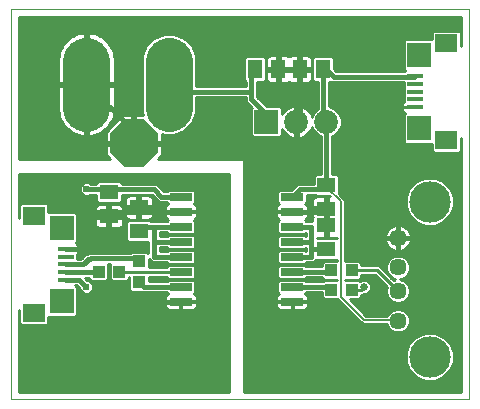
<source format=gtl>
G75*
%MOIN*%
%OFA0B0*%
%FSLAX24Y24*%
%IPPOS*%
%LPD*%
%AMOC8*
5,1,8,0,0,1.08239X$1,22.5*
%
%ADD10C,0.0000*%
%ADD11R,0.0758X0.0256*%
%ADD12R,0.0787X0.0827*%
%ADD13R,0.0748X0.0630*%
%ADD14R,0.0531X0.0157*%
%ADD15R,0.0425X0.0413*%
%ADD16R,0.0413X0.0425*%
%ADD17R,0.0630X0.0512*%
%ADD18C,0.0571*%
%ADD19C,0.1378*%
%ADD20R,0.0797X0.0797*%
%ADD21C,0.0797*%
%ADD22C,0.1581*%
%ADD23OC8,0.1575*%
%ADD24R,0.0512X0.0630*%
%ADD25C,0.0160*%
%ADD26C,0.0100*%
%ADD27C,0.0240*%
%ADD28C,0.0258*%
%ADD29C,0.0060*%
D10*
X000458Y000150D02*
X000458Y013150D01*
X015708Y013150D01*
X015708Y000150D01*
X000458Y000150D01*
D11*
X006103Y003400D03*
X006103Y003900D03*
X006103Y004400D03*
X006103Y004900D03*
X006103Y005400D03*
X006103Y005900D03*
X006103Y006400D03*
X006103Y006900D03*
X009813Y006900D03*
X009813Y006400D03*
X009813Y005900D03*
X009813Y005400D03*
X009813Y004900D03*
X009813Y004400D03*
X009813Y003900D03*
X009813Y003400D03*
D12*
X002133Y003430D03*
X002133Y005870D03*
X014032Y009180D03*
X014032Y011620D03*
D13*
X014958Y012014D03*
X014958Y008786D03*
X001208Y006264D03*
X001208Y003036D03*
D14*
X002261Y004138D03*
X002261Y004394D03*
X002261Y004650D03*
X002261Y004906D03*
X002261Y005162D03*
X013905Y009888D03*
X013905Y010144D03*
X013905Y010400D03*
X013905Y010656D03*
X013905Y010912D03*
D15*
X004708Y004744D03*
X004708Y004056D03*
D16*
X004052Y004400D03*
X003363Y004400D03*
X011113Y004450D03*
X011802Y004450D03*
X011802Y003800D03*
X011113Y003800D03*
D17*
X010958Y005156D03*
X010958Y005944D03*
X010958Y006506D03*
X010958Y007294D03*
X004708Y006544D03*
X003708Y006256D03*
X003708Y007044D03*
X004708Y005756D03*
D18*
X013340Y005528D03*
X013340Y004544D03*
X013340Y003756D03*
X013340Y002772D03*
D19*
X014403Y001563D03*
X014403Y006737D03*
D20*
X008958Y009400D03*
D21*
X009958Y009400D03*
X010958Y009400D03*
D22*
X005714Y009859D02*
X005714Y011441D01*
X002958Y011441D02*
X002958Y009859D01*
D23*
X004532Y008681D03*
D24*
X008564Y011150D03*
X009351Y011150D03*
X010064Y011150D03*
X010851Y011150D03*
D25*
X010851Y009506D01*
X010958Y009400D01*
X010958Y007294D01*
X010851Y007294D01*
X010708Y007150D01*
X010063Y007150D01*
X009813Y006900D01*
X009813Y006400D02*
X010708Y006400D01*
X010814Y006506D01*
X010958Y006506D01*
X010458Y005900D02*
X010458Y005400D01*
X010458Y005150D01*
X010464Y005156D01*
X010958Y005156D01*
X010958Y005150D01*
X010458Y005150D02*
X010458Y004900D01*
X009813Y004900D01*
X009813Y004400D02*
X011063Y004400D01*
X011113Y004450D01*
X010958Y003900D02*
X011058Y003800D01*
X011113Y003800D01*
X010958Y003900D02*
X009813Y003900D01*
X009813Y005400D02*
X010458Y005400D01*
X010458Y005900D02*
X009813Y005900D01*
X006103Y005900D02*
X005208Y005900D01*
X004708Y005900D01*
X004708Y005756D01*
X005208Y005900D02*
X005208Y005400D01*
X005208Y004900D01*
X006103Y004900D01*
X006103Y005400D02*
X005208Y005400D01*
X004602Y004850D02*
X004708Y004744D01*
X004602Y004850D02*
X003158Y004850D01*
X003129Y004848D01*
X003101Y004843D01*
X003073Y004835D01*
X003046Y004824D01*
X003021Y004809D01*
X002998Y004792D01*
X002977Y004772D01*
X002958Y004750D01*
X002758Y004650D02*
X002261Y004650D01*
X002261Y004394D02*
X003357Y004394D01*
X003363Y004400D01*
X002934Y003900D02*
X002696Y004138D01*
X002261Y004138D01*
X002934Y003900D02*
X002958Y003900D01*
X003708Y003400D02*
X006103Y003400D01*
X006103Y003900D02*
X004863Y003900D01*
X004708Y004056D01*
X002958Y004750D02*
X002939Y004728D01*
X002918Y004708D01*
X002895Y004691D01*
X002870Y004676D01*
X002843Y004665D01*
X002815Y004657D01*
X002787Y004652D01*
X002758Y004650D01*
X002719Y005162D02*
X002261Y005162D01*
X002719Y005162D02*
X002958Y005400D01*
X002958Y006150D01*
X003208Y006400D01*
X003458Y006400D01*
X003601Y006256D01*
X003708Y006256D01*
X003708Y006400D01*
X004708Y006400D01*
X004708Y006544D01*
X004708Y006400D02*
X006103Y006400D01*
X006103Y006900D02*
X005458Y006900D01*
X005208Y007150D01*
X003814Y007150D01*
X003708Y007044D01*
X003601Y007150D01*
X002958Y007150D01*
X003708Y006256D02*
X003708Y005650D01*
X004458Y008650D02*
X009958Y008650D01*
X009958Y009400D01*
X010064Y009506D01*
X010064Y011150D01*
X009351Y011150D01*
X008564Y011150D02*
X008458Y011044D01*
X008458Y010400D01*
X005964Y010400D01*
X005714Y010650D01*
X004532Y009075D02*
X004458Y009000D01*
X004458Y008650D01*
X004532Y008681D02*
X004532Y009075D01*
X002958Y010650D01*
X008458Y010400D02*
X008458Y010150D01*
X008958Y009650D01*
X008958Y009400D01*
X008958Y009150D01*
X010958Y011150D02*
X011208Y010900D01*
X013893Y010900D01*
X013905Y010912D01*
X010958Y011150D02*
X010851Y011150D01*
D26*
X011217Y011159D02*
X011217Y011511D01*
X011153Y011575D01*
X010550Y011575D01*
X010485Y011511D01*
X010485Y010789D01*
X010550Y010725D01*
X010661Y010725D01*
X010661Y009823D01*
X010526Y009688D01*
X010479Y009572D01*
X010466Y009611D01*
X010427Y009688D01*
X010376Y009757D01*
X010315Y009818D01*
X010245Y009869D01*
X010168Y009908D01*
X010086Y009935D01*
X010008Y009948D01*
X010008Y009450D01*
X009908Y009450D01*
X009908Y009948D01*
X009829Y009935D01*
X009747Y009908D01*
X009670Y009869D01*
X009600Y009818D01*
X009539Y009757D01*
X009488Y009688D01*
X009466Y009644D01*
X009466Y009844D01*
X009402Y009909D01*
X008968Y009909D01*
X008648Y010229D01*
X008648Y010725D01*
X008865Y010725D01*
X008930Y010789D01*
X008930Y011511D01*
X008865Y011575D01*
X008263Y011575D01*
X008198Y011511D01*
X008198Y010789D01*
X008263Y010725D01*
X008268Y010725D01*
X008268Y010590D01*
X006614Y010590D01*
X006614Y011620D01*
X006477Y011951D01*
X006224Y012204D01*
X005893Y012341D01*
X005534Y012341D01*
X005203Y012204D01*
X004950Y011951D01*
X004813Y011620D01*
X004813Y009680D01*
X004838Y009619D01*
X004582Y009619D01*
X004582Y008732D01*
X004482Y008732D01*
X004482Y009619D01*
X004144Y009619D01*
X003595Y009070D01*
X003595Y008731D01*
X004482Y008731D01*
X004482Y008631D01*
X003595Y008631D01*
X003595Y008293D01*
X003738Y008150D01*
X000708Y008150D01*
X000708Y012900D01*
X015458Y012900D01*
X015458Y011926D01*
X015442Y011926D01*
X015442Y012375D01*
X015377Y012439D01*
X014538Y012439D01*
X014474Y012375D01*
X014474Y012142D01*
X014472Y012144D01*
X013593Y012144D01*
X013529Y012079D01*
X013529Y011162D01*
X013591Y011099D01*
X013583Y011090D01*
X011286Y011090D01*
X011217Y011159D01*
X011217Y011182D02*
X013529Y011182D01*
X013529Y011281D02*
X011217Y011281D01*
X011217Y011379D02*
X013529Y011379D01*
X013529Y011478D02*
X011217Y011478D01*
X010485Y011478D02*
X010470Y011478D01*
X010470Y011485D02*
X010460Y011523D01*
X010440Y011557D01*
X010412Y011585D01*
X010378Y011605D01*
X010340Y011615D01*
X010114Y011615D01*
X010114Y011200D01*
X010470Y011200D01*
X010470Y011485D01*
X010421Y011576D02*
X013529Y011576D01*
X013529Y011675D02*
X006591Y011675D01*
X006614Y011576D02*
X008994Y011576D01*
X009003Y011585D02*
X008975Y011557D01*
X008956Y011523D01*
X008945Y011485D01*
X008945Y011200D01*
X009301Y011200D01*
X009301Y011100D01*
X008945Y011100D01*
X008945Y010815D01*
X008956Y010777D01*
X008975Y010743D01*
X009003Y010715D01*
X009038Y010695D01*
X009076Y010685D01*
X009301Y010685D01*
X009301Y011100D01*
X009401Y011100D01*
X009401Y010685D01*
X009627Y010685D01*
X009665Y010695D01*
X009699Y010715D01*
X009708Y010723D01*
X009716Y010715D01*
X009750Y010695D01*
X009788Y010685D01*
X010014Y010685D01*
X010014Y011100D01*
X010114Y011100D01*
X010114Y011200D01*
X010014Y011200D01*
X010014Y011615D01*
X009788Y011615D01*
X009750Y011605D01*
X009716Y011585D01*
X009708Y011577D01*
X009699Y011585D01*
X009665Y011605D01*
X009627Y011615D01*
X009401Y011615D01*
X009401Y011200D01*
X009301Y011200D01*
X009301Y011615D01*
X009076Y011615D01*
X009038Y011605D01*
X009003Y011585D01*
X008945Y011478D02*
X008930Y011478D01*
X008930Y011379D02*
X008945Y011379D01*
X008945Y011281D02*
X008930Y011281D01*
X008930Y011182D02*
X009301Y011182D01*
X009301Y011084D02*
X009401Y011084D01*
X009401Y011100D02*
X009401Y011200D01*
X010014Y011200D01*
X010014Y011100D01*
X009658Y011100D01*
X009401Y011100D01*
X009401Y011182D02*
X010014Y011182D01*
X010014Y011084D02*
X010114Y011084D01*
X010114Y011100D02*
X010114Y010685D01*
X010340Y010685D01*
X010378Y010695D01*
X010412Y010715D01*
X010440Y010743D01*
X010460Y010777D01*
X010470Y010815D01*
X010470Y011100D01*
X010114Y011100D01*
X010114Y011182D02*
X010485Y011182D01*
X010485Y011084D02*
X010470Y011084D01*
X010470Y010985D02*
X010485Y010985D01*
X010485Y010887D02*
X010470Y010887D01*
X010463Y010788D02*
X010487Y010788D01*
X010356Y010690D02*
X010661Y010690D01*
X010661Y010591D02*
X008648Y010591D01*
X008648Y010493D02*
X010661Y010493D01*
X010661Y010394D02*
X008648Y010394D01*
X008648Y010296D02*
X010661Y010296D01*
X010661Y010197D02*
X008679Y010197D01*
X008778Y010099D02*
X010661Y010099D01*
X010661Y010000D02*
X008876Y010000D01*
X008472Y009867D02*
X008449Y009844D01*
X008449Y008956D01*
X008513Y008891D01*
X009402Y008891D01*
X009466Y008956D01*
X009466Y009156D01*
X009488Y009112D01*
X009539Y009043D01*
X009600Y008982D01*
X009670Y008931D01*
X009747Y008892D01*
X009829Y008865D01*
X009908Y008852D01*
X009908Y009350D01*
X010008Y009350D01*
X010008Y008852D01*
X010086Y008865D01*
X010168Y008892D01*
X010245Y008931D01*
X010315Y008982D01*
X010376Y009043D01*
X010427Y009112D01*
X010466Y009189D01*
X010479Y009228D01*
X010526Y009112D01*
X010670Y008969D01*
X010768Y008928D01*
X010768Y007660D01*
X010597Y007660D01*
X010533Y007595D01*
X010533Y007340D01*
X009984Y007340D01*
X009873Y007229D01*
X009782Y007138D01*
X009388Y007138D01*
X009324Y007074D01*
X009324Y006726D01*
X009381Y006669D01*
X009376Y006668D01*
X009342Y006648D01*
X009314Y006620D01*
X009294Y006586D01*
X009284Y006548D01*
X009284Y006414D01*
X009799Y006414D01*
X009799Y006386D01*
X009284Y006386D01*
X009284Y006252D01*
X009294Y006214D01*
X009314Y006180D01*
X009342Y006152D01*
X009376Y006132D01*
X009381Y006131D01*
X009324Y006074D01*
X009324Y005726D01*
X009388Y005662D01*
X010237Y005662D01*
X010268Y005692D01*
X010268Y005608D01*
X010237Y005638D01*
X009388Y005638D01*
X009324Y005574D01*
X009324Y005226D01*
X009388Y005162D01*
X010237Y005162D01*
X010268Y005192D01*
X010268Y005108D01*
X010237Y005138D01*
X009388Y005138D01*
X009324Y005074D01*
X009324Y004726D01*
X009388Y004662D01*
X010237Y004662D01*
X010285Y004710D01*
X010536Y004710D01*
X010617Y004790D01*
X011298Y004790D01*
X011298Y004773D01*
X010861Y004773D01*
X010796Y004708D01*
X010796Y004590D01*
X010285Y004590D01*
X010237Y004638D01*
X009388Y004638D01*
X009324Y004574D01*
X009324Y004226D01*
X009388Y004162D01*
X010237Y004162D01*
X010285Y004210D01*
X010796Y004210D01*
X010796Y004192D01*
X010861Y004127D01*
X011298Y004127D01*
X011298Y004123D01*
X010861Y004123D01*
X010828Y004090D01*
X010285Y004090D01*
X010828Y004090D01*
X010800Y004189D02*
X010264Y004189D01*
X010237Y004138D02*
X009388Y004138D01*
X009324Y004074D01*
X009324Y003726D01*
X009381Y003669D01*
X009376Y003668D01*
X009342Y003648D01*
X009314Y003620D01*
X009294Y003586D01*
X009284Y003548D01*
X009284Y003414D01*
X009799Y003414D01*
X009799Y003386D01*
X009827Y003386D01*
X009827Y003414D01*
X010342Y003414D01*
X010342Y003548D01*
X010332Y003586D01*
X010312Y003620D01*
X010284Y003648D01*
X010250Y003668D01*
X010244Y003669D01*
X010285Y003710D01*
X010796Y003710D01*
X010796Y003542D01*
X010861Y003477D01*
X011332Y003477D01*
X011380Y003430D01*
X012160Y002650D01*
X012962Y002650D01*
X013004Y002548D01*
X013116Y002437D01*
X013261Y002377D01*
X013418Y002377D01*
X013564Y002437D01*
X013675Y002548D01*
X013735Y002693D01*
X013735Y002851D01*
X013675Y002996D01*
X013564Y003107D01*
X013418Y003167D01*
X013261Y003167D01*
X013116Y003107D01*
X013004Y002996D01*
X012977Y002930D01*
X012276Y002930D01*
X011728Y003477D01*
X012054Y003477D01*
X012119Y003542D01*
X012119Y003640D01*
X012174Y003640D01*
X012195Y003661D01*
X012307Y003661D01*
X012447Y003801D01*
X012447Y003999D01*
X012307Y004139D01*
X012109Y004139D01*
X012073Y004104D01*
X012054Y004123D01*
X011578Y004123D01*
X011578Y004127D01*
X012054Y004127D01*
X012119Y004192D01*
X012119Y004290D01*
X012580Y004290D01*
X012971Y003899D01*
X012944Y003835D01*
X012944Y003678D01*
X013004Y003532D01*
X013116Y003421D01*
X013261Y003361D01*
X013418Y003361D01*
X013564Y003421D01*
X013675Y003532D01*
X013735Y003678D01*
X013735Y003835D01*
X013675Y003980D01*
X013564Y004092D01*
X013422Y004150D01*
X013564Y004208D01*
X013675Y004320D01*
X013735Y004465D01*
X013735Y004622D01*
X013675Y004768D01*
X013564Y004879D01*
X013418Y004939D01*
X013261Y004939D01*
X013116Y004879D01*
X013004Y004768D01*
X012944Y004622D01*
X012944Y004465D01*
X013004Y004320D01*
X013116Y004208D01*
X013257Y004150D01*
X013197Y004125D01*
X012712Y004610D01*
X012119Y004610D01*
X012119Y004708D01*
X012054Y004773D01*
X011578Y004773D01*
X011578Y006808D01*
X011383Y007003D01*
X011383Y007595D01*
X011318Y007660D01*
X011148Y007660D01*
X011148Y008928D01*
X011246Y008969D01*
X011389Y009112D01*
X011466Y009299D01*
X011466Y009501D01*
X011389Y009688D01*
X011246Y009831D01*
X011059Y009909D01*
X011041Y009909D01*
X011041Y010725D01*
X011114Y010725D01*
X011129Y010710D01*
X013529Y010710D01*
X013529Y010532D01*
X013532Y010528D01*
X013529Y010524D01*
X013529Y010276D01*
X013532Y010272D01*
X013529Y010268D01*
X013529Y010069D01*
X013519Y010059D01*
X013499Y010025D01*
X013489Y009987D01*
X013489Y009888D01*
X013489Y009790D01*
X013499Y009752D01*
X013519Y009717D01*
X013547Y009689D01*
X013568Y009677D01*
X013529Y009638D01*
X013529Y008721D01*
X013593Y008656D01*
X014472Y008656D01*
X014474Y008658D01*
X014474Y008425D01*
X014538Y008361D01*
X015377Y008361D01*
X015442Y008425D01*
X015442Y008874D01*
X015458Y008874D01*
X015458Y000400D01*
X008208Y000400D01*
X008208Y008150D01*
X005327Y008150D01*
X005470Y008293D01*
X005470Y008631D01*
X004582Y008631D01*
X004582Y008731D01*
X005470Y008731D01*
X005470Y008986D01*
X005534Y008959D01*
X005893Y008959D01*
X006224Y009096D01*
X006477Y009349D01*
X006614Y009680D01*
X006614Y010210D01*
X008268Y010210D01*
X008268Y010071D01*
X008472Y009867D01*
X008437Y009902D02*
X006614Y009902D01*
X006614Y010000D02*
X008339Y010000D01*
X008268Y010099D02*
X006614Y010099D01*
X006614Y010197D02*
X008268Y010197D01*
X008268Y010591D02*
X006614Y010591D01*
X006614Y010690D02*
X008268Y010690D01*
X008200Y010788D02*
X006614Y010788D01*
X006614Y010887D02*
X008198Y010887D01*
X008198Y010985D02*
X006614Y010985D01*
X006614Y011084D02*
X008198Y011084D01*
X008198Y011182D02*
X006614Y011182D01*
X006614Y011281D02*
X008198Y011281D01*
X008198Y011379D02*
X006614Y011379D01*
X006614Y011478D02*
X008198Y011478D01*
X008930Y011084D02*
X008945Y011084D01*
X008945Y010985D02*
X008930Y010985D01*
X008930Y010887D02*
X008945Y010887D01*
X008953Y010788D02*
X008928Y010788D01*
X009059Y010690D02*
X008648Y010690D01*
X009301Y010690D02*
X009401Y010690D01*
X009401Y010788D02*
X009301Y010788D01*
X009301Y010887D02*
X009401Y010887D01*
X009401Y010985D02*
X009301Y010985D01*
X009301Y011281D02*
X009401Y011281D01*
X009401Y011379D02*
X009301Y011379D01*
X009301Y011478D02*
X009401Y011478D01*
X009401Y011576D02*
X009301Y011576D01*
X010014Y011576D02*
X010114Y011576D01*
X010114Y011478D02*
X010014Y011478D01*
X010014Y011379D02*
X010114Y011379D01*
X010114Y011281D02*
X010014Y011281D01*
X010014Y010985D02*
X010114Y010985D01*
X010114Y010887D02*
X010014Y010887D01*
X010014Y010788D02*
X010114Y010788D01*
X010114Y010690D02*
X010014Y010690D01*
X009772Y010690D02*
X009644Y010690D01*
X010470Y011281D02*
X010485Y011281D01*
X010485Y011379D02*
X010470Y011379D01*
X011041Y010690D02*
X013529Y010690D01*
X013529Y010591D02*
X011041Y010591D01*
X011041Y010493D02*
X013529Y010493D01*
X013529Y010394D02*
X011041Y010394D01*
X011041Y010296D02*
X013529Y010296D01*
X013529Y010197D02*
X011041Y010197D01*
X011041Y010099D02*
X013529Y010099D01*
X013492Y010000D02*
X011041Y010000D01*
X011076Y009902D02*
X013489Y009902D01*
X013489Y009888D02*
X013905Y009888D01*
X013489Y009888D01*
X013489Y009803D02*
X011274Y009803D01*
X011372Y009705D02*
X013532Y009705D01*
X013529Y009606D02*
X011423Y009606D01*
X011464Y009508D02*
X013529Y009508D01*
X013529Y009409D02*
X011466Y009409D01*
X011466Y009311D02*
X013529Y009311D01*
X013529Y009212D02*
X011430Y009212D01*
X011390Y009114D02*
X013529Y009114D01*
X013529Y009015D02*
X011292Y009015D01*
X011148Y008917D02*
X013529Y008917D01*
X013529Y008818D02*
X011148Y008818D01*
X011148Y008720D02*
X013530Y008720D01*
X014474Y008621D02*
X011148Y008621D01*
X011148Y008523D02*
X014474Y008523D01*
X014475Y008424D02*
X011148Y008424D01*
X011148Y008326D02*
X015458Y008326D01*
X015458Y008424D02*
X015440Y008424D01*
X015442Y008523D02*
X015458Y008523D01*
X015458Y008621D02*
X015442Y008621D01*
X015442Y008720D02*
X015458Y008720D01*
X015458Y008818D02*
X015442Y008818D01*
X015458Y008227D02*
X011148Y008227D01*
X011148Y008129D02*
X015458Y008129D01*
X015458Y008030D02*
X011148Y008030D01*
X011148Y007932D02*
X015458Y007932D01*
X015458Y007833D02*
X011148Y007833D01*
X011148Y007735D02*
X015458Y007735D01*
X015458Y007636D02*
X011342Y007636D01*
X011383Y007538D02*
X015458Y007538D01*
X015458Y007439D02*
X014795Y007439D01*
X014855Y007414D02*
X014561Y007536D01*
X014244Y007536D01*
X013950Y007414D01*
X013725Y007189D01*
X013604Y006896D01*
X013604Y006578D01*
X013725Y006284D01*
X013950Y006059D01*
X014244Y005938D01*
X014561Y005938D01*
X014855Y006059D01*
X015080Y006284D01*
X015202Y006578D01*
X015202Y006896D01*
X015080Y007189D01*
X014855Y007414D01*
X014929Y007341D02*
X015458Y007341D01*
X015458Y007242D02*
X015027Y007242D01*
X015099Y007144D02*
X015458Y007144D01*
X015458Y007045D02*
X015140Y007045D01*
X015180Y006947D02*
X015458Y006947D01*
X015458Y006848D02*
X015202Y006848D01*
X015202Y006750D02*
X015458Y006750D01*
X015458Y006651D02*
X015202Y006651D01*
X015191Y006553D02*
X015458Y006553D01*
X015458Y006454D02*
X015150Y006454D01*
X015110Y006356D02*
X015458Y006356D01*
X015458Y006257D02*
X015053Y006257D01*
X014954Y006159D02*
X015458Y006159D01*
X015458Y006060D02*
X014856Y006060D01*
X014619Y005962D02*
X015458Y005962D01*
X015458Y005863D02*
X013619Y005863D01*
X013623Y005860D02*
X013568Y005900D01*
X013507Y005931D01*
X013442Y005953D01*
X013380Y005962D01*
X013380Y005569D01*
X013299Y005569D01*
X013299Y005962D01*
X013238Y005953D01*
X013172Y005931D01*
X013111Y005900D01*
X013056Y005860D01*
X013007Y005812D01*
X012967Y005756D01*
X012936Y005695D01*
X012915Y005630D01*
X012905Y005569D01*
X013299Y005569D01*
X013299Y005487D01*
X013380Y005487D01*
X013380Y005094D01*
X013442Y005103D01*
X013507Y005124D01*
X013568Y005156D01*
X013623Y005196D01*
X013672Y005244D01*
X013712Y005300D01*
X013743Y005361D01*
X013764Y005426D01*
X013774Y005487D01*
X013380Y005487D01*
X013380Y005569D01*
X013774Y005569D01*
X013764Y005630D01*
X013743Y005695D01*
X013712Y005756D01*
X013672Y005812D01*
X013623Y005860D01*
X013706Y005765D02*
X015458Y005765D01*
X015458Y005666D02*
X013753Y005666D01*
X013771Y005469D02*
X015458Y005469D01*
X015458Y005371D02*
X013746Y005371D01*
X013692Y005272D02*
X015458Y005272D01*
X015458Y005174D02*
X013593Y005174D01*
X013380Y005174D02*
X013299Y005174D01*
X013299Y005094D02*
X013299Y005487D01*
X012905Y005487D01*
X012915Y005426D01*
X012936Y005361D01*
X012967Y005300D01*
X013007Y005244D01*
X013056Y005196D01*
X013111Y005156D01*
X013172Y005124D01*
X013238Y005103D01*
X013299Y005094D01*
X013299Y005272D02*
X013380Y005272D01*
X013380Y005371D02*
X013299Y005371D01*
X013299Y005469D02*
X013380Y005469D01*
X013380Y005568D02*
X015458Y005568D01*
X015458Y005075D02*
X011578Y005075D01*
X011578Y004977D02*
X015458Y004977D01*
X015458Y004878D02*
X013564Y004878D01*
X013663Y004780D02*
X015458Y004780D01*
X015458Y004681D02*
X013711Y004681D01*
X013735Y004583D02*
X015458Y004583D01*
X015458Y004484D02*
X013735Y004484D01*
X013702Y004386D02*
X015458Y004386D01*
X015458Y004287D02*
X013642Y004287D01*
X013515Y004189D02*
X015458Y004189D01*
X015458Y004090D02*
X013565Y004090D01*
X013664Y003992D02*
X015458Y003992D01*
X015458Y003893D02*
X013711Y003893D01*
X013735Y003795D02*
X015458Y003795D01*
X015458Y003696D02*
X013735Y003696D01*
X013702Y003598D02*
X015458Y003598D01*
X015458Y003499D02*
X013642Y003499D01*
X013514Y003401D02*
X015458Y003401D01*
X015458Y003302D02*
X011904Y003302D01*
X012002Y003204D02*
X015458Y003204D01*
X015458Y003105D02*
X013566Y003105D01*
X013664Y003007D02*
X015458Y003007D01*
X015458Y002908D02*
X013711Y002908D01*
X013735Y002810D02*
X015458Y002810D01*
X015458Y002711D02*
X013735Y002711D01*
X013701Y002613D02*
X015458Y002613D01*
X015458Y002514D02*
X013641Y002514D01*
X013512Y002416D02*
X015458Y002416D01*
X015458Y002317D02*
X014671Y002317D01*
X014561Y002362D02*
X014855Y002241D01*
X015080Y002016D01*
X015202Y001722D01*
X015202Y001404D01*
X015080Y001111D01*
X014855Y000886D01*
X014561Y000764D01*
X014244Y000764D01*
X013950Y000886D01*
X013725Y001111D01*
X013604Y001404D01*
X013604Y001722D01*
X013725Y002016D01*
X013950Y002241D01*
X014244Y002362D01*
X014561Y002362D01*
X014877Y002219D02*
X015458Y002219D01*
X015458Y002120D02*
X014976Y002120D01*
X015074Y002022D02*
X015458Y002022D01*
X015458Y001923D02*
X015118Y001923D01*
X015159Y001825D02*
X015458Y001825D01*
X015458Y001726D02*
X015200Y001726D01*
X015202Y001628D02*
X015458Y001628D01*
X015458Y001529D02*
X015202Y001529D01*
X015202Y001431D02*
X015458Y001431D01*
X015458Y001332D02*
X015172Y001332D01*
X015131Y001234D02*
X015458Y001234D01*
X015458Y001135D02*
X015090Y001135D01*
X015006Y001037D02*
X015458Y001037D01*
X015458Y000938D02*
X014907Y000938D01*
X014743Y000840D02*
X015458Y000840D01*
X015458Y000741D02*
X008208Y000741D01*
X008208Y000643D02*
X015458Y000643D01*
X015458Y000544D02*
X008208Y000544D01*
X008208Y000446D02*
X015458Y000446D01*
X014062Y000840D02*
X008208Y000840D01*
X008208Y000938D02*
X013898Y000938D01*
X013800Y001037D02*
X008208Y001037D01*
X008208Y001135D02*
X013715Y001135D01*
X013674Y001234D02*
X008208Y001234D01*
X008208Y001332D02*
X013634Y001332D01*
X013604Y001431D02*
X008208Y001431D01*
X008208Y001529D02*
X013604Y001529D01*
X013604Y001628D02*
X008208Y001628D01*
X008208Y001726D02*
X013605Y001726D01*
X013646Y001825D02*
X008208Y001825D01*
X008208Y001923D02*
X013687Y001923D01*
X013731Y002022D02*
X008208Y002022D01*
X008208Y002120D02*
X013829Y002120D01*
X013928Y002219D02*
X008208Y002219D01*
X008208Y002317D02*
X014134Y002317D01*
X013167Y002416D02*
X008208Y002416D01*
X008208Y002514D02*
X013038Y002514D01*
X012978Y002613D02*
X008208Y002613D01*
X008208Y002711D02*
X012099Y002711D01*
X012000Y002810D02*
X008208Y002810D01*
X008208Y002908D02*
X011902Y002908D01*
X011803Y003007D02*
X008208Y003007D01*
X008208Y003105D02*
X011705Y003105D01*
X011606Y003204D02*
X010325Y003204D01*
X010332Y003214D02*
X010342Y003252D01*
X010342Y003386D01*
X009827Y003386D01*
X009827Y003122D01*
X010211Y003122D01*
X010250Y003132D01*
X010284Y003152D01*
X010312Y003180D01*
X010332Y003214D01*
X010342Y003302D02*
X011508Y003302D01*
X011409Y003401D02*
X009827Y003401D01*
X009799Y003401D02*
X008208Y003401D01*
X008208Y003499D02*
X009284Y003499D01*
X009301Y003598D02*
X008208Y003598D01*
X008208Y003696D02*
X009354Y003696D01*
X009324Y003795D02*
X008208Y003795D01*
X008208Y003893D02*
X009324Y003893D01*
X009324Y003992D02*
X008208Y003992D01*
X008208Y004090D02*
X009340Y004090D01*
X009362Y004189D02*
X008208Y004189D01*
X008208Y004287D02*
X009324Y004287D01*
X009324Y004386D02*
X008208Y004386D01*
X008208Y004484D02*
X009324Y004484D01*
X009333Y004583D02*
X008208Y004583D01*
X008208Y004681D02*
X009369Y004681D01*
X009324Y004780D02*
X008208Y004780D01*
X008208Y004878D02*
X009324Y004878D01*
X009324Y004977D02*
X008208Y004977D01*
X008208Y005075D02*
X009325Y005075D01*
X009377Y005174D02*
X008208Y005174D01*
X008208Y005272D02*
X009324Y005272D01*
X009324Y005371D02*
X008208Y005371D01*
X008208Y005469D02*
X009324Y005469D01*
X009324Y005568D02*
X008208Y005568D01*
X008208Y005666D02*
X009384Y005666D01*
X009324Y005765D02*
X008208Y005765D01*
X008208Y005863D02*
X009324Y005863D01*
X009324Y005962D02*
X008208Y005962D01*
X008208Y006060D02*
X009324Y006060D01*
X009335Y006159D02*
X008208Y006159D01*
X008208Y006257D02*
X009284Y006257D01*
X009284Y006356D02*
X008208Y006356D01*
X008208Y006454D02*
X009284Y006454D01*
X009285Y006553D02*
X008208Y006553D01*
X008208Y006651D02*
X009347Y006651D01*
X009324Y006750D02*
X008208Y006750D01*
X008208Y006848D02*
X009324Y006848D01*
X009324Y006947D02*
X008208Y006947D01*
X008208Y007045D02*
X009324Y007045D01*
X009788Y007144D02*
X008208Y007144D01*
X008208Y007242D02*
X009886Y007242D01*
X010302Y006960D02*
X010565Y006960D01*
X010597Y006928D01*
X011062Y006928D01*
X011077Y006912D01*
X011008Y006912D01*
X011008Y006556D01*
X010908Y006556D01*
X010908Y006456D01*
X011008Y006456D01*
X011008Y006350D01*
X011008Y005994D01*
X010908Y005994D01*
X010908Y006456D01*
X010493Y006456D01*
X010493Y006231D01*
X010494Y006225D01*
X010493Y006219D01*
X010493Y006090D01*
X010285Y006090D01*
X010244Y006131D01*
X010250Y006132D01*
X010284Y006152D01*
X010312Y006180D01*
X010332Y006214D01*
X010342Y006252D01*
X010342Y006386D01*
X009827Y006386D01*
X009827Y006414D01*
X010342Y006414D01*
X010342Y006548D01*
X010332Y006586D01*
X010312Y006620D01*
X010284Y006648D01*
X010250Y006668D01*
X010244Y006669D01*
X010302Y006726D01*
X010302Y006960D01*
X010302Y006947D02*
X010578Y006947D01*
X010585Y006902D02*
X010551Y006882D01*
X010523Y006854D01*
X010503Y006820D01*
X010493Y006782D01*
X010493Y006556D01*
X010908Y006556D01*
X010908Y006912D01*
X010623Y006912D01*
X010585Y006902D01*
X010519Y006848D02*
X010302Y006848D01*
X010302Y006750D02*
X010493Y006750D01*
X010493Y006651D02*
X010279Y006651D01*
X010340Y006553D02*
X010908Y006553D01*
X010908Y006651D02*
X011008Y006651D01*
X011008Y006750D02*
X010908Y006750D01*
X010908Y006848D02*
X011008Y006848D01*
X011383Y007045D02*
X013665Y007045D01*
X013625Y006947D02*
X011439Y006947D01*
X011538Y006848D02*
X013604Y006848D01*
X013604Y006750D02*
X011578Y006750D01*
X011578Y006651D02*
X013604Y006651D01*
X013614Y006553D02*
X011578Y006553D01*
X011578Y006454D02*
X013655Y006454D01*
X013696Y006356D02*
X011578Y006356D01*
X011578Y006257D02*
X013752Y006257D01*
X013851Y006159D02*
X011578Y006159D01*
X011578Y006060D02*
X013949Y006060D01*
X014186Y005962D02*
X013386Y005962D01*
X013380Y005962D02*
X013299Y005962D01*
X013293Y005962D02*
X011578Y005962D01*
X011578Y005863D02*
X013060Y005863D01*
X012973Y005765D02*
X011578Y005765D01*
X011578Y005666D02*
X012927Y005666D01*
X012908Y005469D02*
X011578Y005469D01*
X011578Y005371D02*
X012933Y005371D01*
X012987Y005272D02*
X011578Y005272D01*
X011578Y005174D02*
X013087Y005174D01*
X013115Y004878D02*
X011578Y004878D01*
X011578Y004780D02*
X013016Y004780D01*
X012968Y004681D02*
X012119Y004681D01*
X011802Y004450D02*
X012646Y004450D01*
X013340Y003756D01*
X012977Y003598D02*
X012119Y003598D01*
X012076Y003499D02*
X013038Y003499D01*
X013165Y003401D02*
X011805Y003401D01*
X012101Y003105D02*
X013113Y003105D01*
X013015Y003007D02*
X012199Y003007D01*
X012342Y003696D02*
X012944Y003696D01*
X012944Y003795D02*
X012440Y003795D01*
X012447Y003893D02*
X012968Y003893D01*
X012878Y003992D02*
X012447Y003992D01*
X012356Y004090D02*
X012780Y004090D01*
X012681Y004189D02*
X012116Y004189D01*
X012119Y004287D02*
X012583Y004287D01*
X012838Y004484D02*
X012944Y004484D01*
X012944Y004583D02*
X012740Y004583D01*
X012937Y004386D02*
X012977Y004386D01*
X013035Y004287D02*
X013037Y004287D01*
X013134Y004189D02*
X013164Y004189D01*
X012208Y003900D02*
X012108Y003800D01*
X011802Y003800D01*
X010839Y003499D02*
X010342Y003499D01*
X010325Y003598D02*
X010796Y003598D01*
X010796Y003696D02*
X010271Y003696D01*
X010285Y004090D02*
X010237Y004138D01*
X010256Y004681D02*
X010796Y004681D01*
X010606Y004780D02*
X011298Y004780D01*
X010268Y005174D02*
X010249Y005174D01*
X010648Y005522D02*
X010648Y005538D01*
X010908Y005538D01*
X010908Y005894D01*
X011008Y005894D01*
X011008Y005538D01*
X011292Y005538D01*
X011298Y005539D01*
X011298Y005522D01*
X010648Y005522D01*
X010908Y005568D02*
X011008Y005568D01*
X011008Y005666D02*
X010908Y005666D01*
X010908Y005765D02*
X011008Y005765D01*
X011008Y005863D02*
X010908Y005863D01*
X010908Y006060D02*
X011008Y006060D01*
X011008Y006159D02*
X010908Y006159D01*
X010908Y006257D02*
X011008Y006257D01*
X011008Y006356D02*
X010908Y006356D01*
X010908Y006454D02*
X011008Y006454D01*
X010493Y006454D02*
X010342Y006454D01*
X010342Y006356D02*
X010493Y006356D01*
X010493Y006257D02*
X010342Y006257D01*
X010290Y006159D02*
X010493Y006159D01*
X010268Y005666D02*
X010241Y005666D01*
X011578Y005568D02*
X013299Y005568D01*
X013299Y005666D02*
X013380Y005666D01*
X013380Y005765D02*
X013299Y005765D01*
X013299Y005863D02*
X013380Y005863D01*
X013706Y007144D02*
X011383Y007144D01*
X011383Y007242D02*
X013778Y007242D01*
X013877Y007341D02*
X011383Y007341D01*
X011383Y007439D02*
X014010Y007439D01*
X010768Y007735D02*
X008208Y007735D01*
X008208Y007833D02*
X010768Y007833D01*
X010768Y007932D02*
X008208Y007932D01*
X008208Y008030D02*
X010768Y008030D01*
X010768Y008129D02*
X008208Y008129D01*
X008208Y007636D02*
X010574Y007636D01*
X010533Y007538D02*
X008208Y007538D01*
X008208Y007439D02*
X010533Y007439D01*
X010533Y007341D02*
X008208Y007341D01*
X007708Y007341D02*
X004133Y007341D01*
X004133Y007340D02*
X004133Y007345D01*
X004068Y007410D01*
X003347Y007410D01*
X003283Y007345D01*
X003283Y007340D01*
X003093Y007340D01*
X003053Y007380D01*
X002862Y007380D01*
X002728Y007245D01*
X002728Y007055D01*
X002862Y006920D01*
X003053Y006920D01*
X003093Y006960D01*
X003283Y006960D01*
X003283Y006742D01*
X003347Y006678D01*
X004068Y006678D01*
X004133Y006742D01*
X004133Y006960D01*
X005129Y006960D01*
X005379Y006710D01*
X005630Y006710D01*
X005671Y006669D01*
X005666Y006668D01*
X005632Y006648D01*
X005604Y006620D01*
X005584Y006586D01*
X005574Y006548D01*
X005574Y006414D01*
X006089Y006414D01*
X006089Y006386D01*
X005574Y006386D01*
X005574Y006252D01*
X005584Y006214D01*
X005604Y006180D01*
X005632Y006152D01*
X005666Y006132D01*
X005671Y006131D01*
X005630Y006090D01*
X005100Y006090D01*
X005068Y006122D01*
X004347Y006122D01*
X004283Y006058D01*
X004283Y005455D01*
X004347Y005390D01*
X005018Y005390D01*
X005018Y005009D01*
X004966Y005061D01*
X004450Y005061D01*
X004428Y005040D01*
X003054Y005040D01*
X002868Y004947D01*
X002806Y004864D01*
X002796Y004854D01*
X002771Y004842D01*
X002758Y004840D01*
X002637Y004840D01*
X002637Y004981D01*
X002647Y004991D01*
X002666Y005025D01*
X002677Y005063D01*
X002677Y005162D01*
X002677Y005260D01*
X002666Y005298D01*
X002647Y005333D01*
X002619Y005361D01*
X002598Y005373D01*
X002637Y005412D01*
X002637Y006329D01*
X002572Y006394D01*
X001694Y006394D01*
X001692Y006392D01*
X001692Y006625D01*
X001627Y006689D01*
X000788Y006689D01*
X000724Y006625D01*
X000724Y006176D01*
X000708Y006176D01*
X000708Y007650D01*
X007708Y007650D01*
X007708Y000400D01*
X000708Y000400D01*
X000708Y003124D01*
X000724Y003124D01*
X000724Y002675D01*
X000788Y002611D01*
X001627Y002611D01*
X001692Y002675D01*
X001692Y002908D01*
X001692Y002908D01*
X001694Y002906D01*
X002572Y002906D01*
X002637Y002971D01*
X002637Y003888D01*
X002577Y003948D01*
X002617Y003948D01*
X002728Y003838D01*
X002728Y003805D01*
X002862Y003670D01*
X003053Y003670D01*
X003188Y003805D01*
X003188Y003995D01*
X003053Y004130D01*
X002973Y004130D01*
X002899Y004204D01*
X003046Y004204D01*
X003046Y004142D01*
X003111Y004077D01*
X003615Y004077D01*
X003680Y004142D01*
X003680Y004658D01*
X003678Y004660D01*
X003737Y004660D01*
X003735Y004658D01*
X003735Y004142D01*
X003800Y004077D01*
X004304Y004077D01*
X004369Y004142D01*
X004369Y004240D01*
X004385Y004240D01*
X004385Y003803D01*
X004450Y003739D01*
X004756Y003739D01*
X004784Y003710D01*
X005630Y003710D01*
X005671Y003669D01*
X005666Y003668D01*
X005632Y003648D01*
X005604Y003620D01*
X005584Y003586D01*
X005574Y003548D01*
X005574Y003414D01*
X006089Y003414D01*
X006089Y003386D01*
X006117Y003386D01*
X006117Y003414D01*
X006631Y003414D01*
X006631Y003548D01*
X006621Y003586D01*
X006602Y003620D01*
X006574Y003648D01*
X006539Y003668D01*
X006534Y003669D01*
X006591Y003726D01*
X006591Y004074D01*
X006527Y004138D01*
X005678Y004138D01*
X005630Y004090D01*
X005030Y004090D01*
X005630Y004090D01*
X005678Y004162D02*
X006527Y004162D01*
X006591Y004226D01*
X006591Y004574D01*
X006527Y004638D01*
X005678Y004638D01*
X005614Y004574D01*
X005614Y004560D01*
X005030Y004560D01*
X005030Y004809D01*
X005129Y004710D01*
X005630Y004710D01*
X005678Y004662D01*
X006527Y004662D01*
X006591Y004726D01*
X006591Y005074D01*
X006527Y005138D01*
X005678Y005138D01*
X005630Y005090D01*
X005398Y005090D01*
X005398Y005210D01*
X005630Y005210D01*
X005678Y005162D01*
X006527Y005162D01*
X006591Y005226D01*
X006591Y005574D01*
X006527Y005638D01*
X005678Y005638D01*
X005630Y005590D01*
X005398Y005590D01*
X005398Y005710D01*
X005630Y005710D01*
X005678Y005662D01*
X006527Y005662D01*
X006591Y005726D01*
X006591Y006074D01*
X006534Y006131D01*
X006539Y006132D01*
X006574Y006152D01*
X006602Y006180D01*
X006621Y006214D01*
X006631Y006252D01*
X006631Y006386D01*
X006117Y006386D01*
X006117Y006414D01*
X006631Y006414D01*
X006631Y006548D01*
X006621Y006586D01*
X006602Y006620D01*
X006574Y006648D01*
X006539Y006668D01*
X006534Y006669D01*
X006591Y006726D01*
X006591Y007074D01*
X006527Y007138D01*
X005678Y007138D01*
X005630Y007090D01*
X005536Y007090D01*
X005398Y007229D01*
X005286Y007340D01*
X004133Y007340D01*
X004133Y006947D02*
X004361Y006947D01*
X004373Y006950D02*
X004335Y006939D01*
X004301Y006920D01*
X004273Y006892D01*
X004253Y006858D01*
X004243Y006819D01*
X004243Y006594D01*
X004658Y006594D01*
X004658Y006950D01*
X004373Y006950D01*
X004250Y006848D02*
X004133Y006848D01*
X004133Y006750D02*
X004243Y006750D01*
X004243Y006651D02*
X004082Y006651D01*
X004081Y006652D02*
X004042Y006662D01*
X003758Y006662D01*
X003758Y006306D01*
X004173Y006306D01*
X004173Y006532D01*
X004162Y006570D01*
X004143Y006604D01*
X004115Y006632D01*
X004081Y006652D01*
X004167Y006553D02*
X004658Y006553D01*
X004658Y006594D02*
X004658Y006494D01*
X004758Y006494D01*
X004758Y006594D01*
X004658Y006594D01*
X004658Y006651D02*
X004758Y006651D01*
X004758Y006594D02*
X004758Y006950D01*
X005042Y006950D01*
X005081Y006939D01*
X005115Y006920D01*
X005143Y006892D01*
X005162Y006858D01*
X005173Y006819D01*
X005173Y006594D01*
X004758Y006594D01*
X004758Y006553D02*
X005575Y006553D01*
X005574Y006454D02*
X005173Y006454D01*
X005173Y006494D02*
X005173Y006268D01*
X005162Y006230D01*
X005143Y006196D01*
X005115Y006168D01*
X005081Y006148D01*
X005042Y006138D01*
X004758Y006138D01*
X004758Y006494D01*
X005173Y006494D01*
X005173Y006356D02*
X005574Y006356D01*
X005574Y006257D02*
X005170Y006257D01*
X005099Y006159D02*
X005625Y006159D01*
X005637Y006651D02*
X005173Y006651D01*
X005173Y006750D02*
X005339Y006750D01*
X005241Y006848D02*
X005165Y006848D01*
X005142Y006947D02*
X005054Y006947D01*
X004758Y006947D02*
X004658Y006947D01*
X004658Y006848D02*
X004758Y006848D01*
X004758Y006750D02*
X004658Y006750D01*
X004658Y006494D02*
X004243Y006494D01*
X004243Y006268D01*
X004253Y006230D01*
X004273Y006196D01*
X004301Y006168D01*
X004335Y006148D01*
X004373Y006138D01*
X004658Y006138D01*
X004658Y006494D01*
X004658Y006454D02*
X004758Y006454D01*
X004758Y006356D02*
X004658Y006356D01*
X004658Y006257D02*
X004758Y006257D01*
X004758Y006159D02*
X004658Y006159D01*
X004317Y006159D02*
X004173Y006159D01*
X004173Y006206D02*
X004173Y005981D01*
X004162Y005942D01*
X004143Y005908D01*
X004115Y005880D01*
X004081Y005861D01*
X004042Y005850D01*
X003758Y005850D01*
X003758Y006206D01*
X003758Y006306D01*
X003658Y006306D01*
X003658Y006206D01*
X003758Y006206D01*
X004173Y006206D01*
X004246Y006257D02*
X003758Y006257D01*
X003758Y006159D02*
X003658Y006159D01*
X003658Y006206D02*
X003658Y005850D01*
X003373Y005850D01*
X003335Y005861D01*
X003301Y005880D01*
X003273Y005908D01*
X003253Y005942D01*
X003243Y005981D01*
X003243Y006206D01*
X003658Y006206D01*
X003658Y006257D02*
X002637Y006257D01*
X002637Y006159D02*
X003243Y006159D01*
X003243Y006060D02*
X002637Y006060D01*
X002637Y005962D02*
X003248Y005962D01*
X003331Y005863D02*
X002637Y005863D01*
X002637Y005765D02*
X004283Y005765D01*
X004283Y005863D02*
X004085Y005863D01*
X004168Y005962D02*
X004283Y005962D01*
X004285Y006060D02*
X004173Y006060D01*
X004173Y006356D02*
X004243Y006356D01*
X004243Y006454D02*
X004173Y006454D01*
X003758Y006454D02*
X003658Y006454D01*
X003658Y006356D02*
X003758Y006356D01*
X003658Y006306D02*
X003658Y006662D01*
X003373Y006662D01*
X003335Y006652D01*
X003301Y006632D01*
X003273Y006604D01*
X003253Y006570D01*
X003243Y006532D01*
X003243Y006306D01*
X003658Y006306D01*
X003658Y006060D02*
X003758Y006060D01*
X003758Y005962D02*
X003658Y005962D01*
X003658Y005863D02*
X003758Y005863D01*
X004283Y005666D02*
X002637Y005666D01*
X002637Y005568D02*
X004283Y005568D01*
X004283Y005469D02*
X002637Y005469D01*
X002601Y005371D02*
X005018Y005371D01*
X005018Y005272D02*
X002673Y005272D01*
X002677Y005174D02*
X005018Y005174D01*
X005018Y005075D02*
X002677Y005075D01*
X002677Y005162D02*
X002261Y005162D01*
X002677Y005162D01*
X002637Y004977D02*
X002927Y004977D01*
X002868Y004947D02*
X002868Y004947D01*
X002816Y004878D02*
X002637Y004878D01*
X002806Y004864D02*
X002806Y004864D01*
X002261Y005162D02*
X002261Y005162D01*
X002914Y004189D02*
X003046Y004189D01*
X003093Y004090D02*
X003098Y004090D01*
X003188Y003992D02*
X004385Y003992D01*
X004385Y004090D02*
X004317Y004090D01*
X004369Y004189D02*
X004385Y004189D01*
X004385Y003893D02*
X003188Y003893D01*
X003177Y003795D02*
X004394Y003795D01*
X005030Y004090D02*
X005030Y004240D01*
X005614Y004240D01*
X005614Y004226D01*
X005678Y004162D01*
X005652Y004189D02*
X005030Y004189D01*
X005030Y004583D02*
X005623Y004583D01*
X005659Y004681D02*
X005030Y004681D01*
X005030Y004780D02*
X005059Y004780D01*
X005398Y005174D02*
X005667Y005174D01*
X005674Y005666D02*
X005398Y005666D01*
X006531Y005666D02*
X007708Y005666D01*
X007708Y005568D02*
X006591Y005568D01*
X006591Y005469D02*
X007708Y005469D01*
X007708Y005371D02*
X006591Y005371D01*
X006591Y005272D02*
X007708Y005272D01*
X007708Y005174D02*
X006539Y005174D01*
X006590Y005075D02*
X007708Y005075D01*
X007708Y004977D02*
X006591Y004977D01*
X006591Y004878D02*
X007708Y004878D01*
X007708Y004780D02*
X006591Y004780D01*
X006546Y004681D02*
X007708Y004681D01*
X007708Y004583D02*
X006583Y004583D01*
X006591Y004484D02*
X007708Y004484D01*
X007708Y004386D02*
X006591Y004386D01*
X006591Y004287D02*
X007708Y004287D01*
X007708Y004189D02*
X006554Y004189D01*
X006575Y004090D02*
X007708Y004090D01*
X007708Y003992D02*
X006591Y003992D01*
X006591Y003893D02*
X007708Y003893D01*
X007708Y003795D02*
X006591Y003795D01*
X006561Y003696D02*
X007708Y003696D01*
X007708Y003598D02*
X006615Y003598D01*
X006631Y003499D02*
X007708Y003499D01*
X007708Y003401D02*
X006117Y003401D01*
X006117Y003386D02*
X006631Y003386D01*
X006631Y003252D01*
X006621Y003214D01*
X006602Y003180D01*
X006574Y003152D01*
X006539Y003132D01*
X006501Y003122D01*
X006117Y003122D01*
X006117Y003386D01*
X006089Y003386D02*
X006089Y003122D01*
X005704Y003122D01*
X005666Y003132D01*
X005632Y003152D01*
X005604Y003180D01*
X005584Y003214D01*
X005574Y003252D01*
X005574Y003386D01*
X006089Y003386D01*
X006089Y003401D02*
X002637Y003401D01*
X002637Y003499D02*
X005574Y003499D01*
X005591Y003598D02*
X002637Y003598D01*
X002637Y003696D02*
X002836Y003696D01*
X002738Y003795D02*
X002637Y003795D01*
X002632Y003893D02*
X002672Y003893D01*
X003079Y003696D02*
X005644Y003696D01*
X005574Y003302D02*
X002637Y003302D01*
X002637Y003204D02*
X005590Y003204D01*
X006089Y003204D02*
X006117Y003204D01*
X006117Y003302D02*
X006089Y003302D01*
X006615Y003204D02*
X007708Y003204D01*
X007708Y003302D02*
X006631Y003302D01*
X007708Y003105D02*
X002637Y003105D01*
X002637Y003007D02*
X007708Y003007D01*
X007708Y002908D02*
X002574Y002908D01*
X001692Y002810D02*
X007708Y002810D01*
X007708Y002711D02*
X001692Y002711D01*
X001629Y002613D02*
X007708Y002613D01*
X007708Y002514D02*
X000708Y002514D01*
X000708Y002416D02*
X007708Y002416D01*
X007708Y002317D02*
X000708Y002317D01*
X000708Y002219D02*
X007708Y002219D01*
X007708Y002120D02*
X000708Y002120D01*
X000708Y002022D02*
X007708Y002022D01*
X007708Y001923D02*
X000708Y001923D01*
X000708Y001825D02*
X007708Y001825D01*
X007708Y001726D02*
X000708Y001726D01*
X000708Y001628D02*
X007708Y001628D01*
X007708Y001529D02*
X000708Y001529D01*
X000708Y001431D02*
X007708Y001431D01*
X007708Y001332D02*
X000708Y001332D01*
X000708Y001234D02*
X007708Y001234D01*
X007708Y001135D02*
X000708Y001135D01*
X000708Y001037D02*
X007708Y001037D01*
X007708Y000938D02*
X000708Y000938D01*
X000708Y000840D02*
X007708Y000840D01*
X007708Y000741D02*
X000708Y000741D01*
X000708Y000643D02*
X007708Y000643D01*
X007708Y000544D02*
X000708Y000544D01*
X000708Y000446D02*
X007708Y000446D01*
X009342Y003152D02*
X009376Y003132D01*
X009414Y003122D01*
X009799Y003122D01*
X009799Y003386D01*
X009284Y003386D01*
X009284Y003252D01*
X009294Y003214D01*
X009314Y003180D01*
X009342Y003152D01*
X009300Y003204D02*
X008208Y003204D01*
X008208Y003302D02*
X009284Y003302D01*
X009799Y003302D02*
X009827Y003302D01*
X009827Y003204D02*
X009799Y003204D01*
X007708Y005765D02*
X006591Y005765D01*
X006591Y005863D02*
X007708Y005863D01*
X007708Y005962D02*
X006591Y005962D01*
X006591Y006060D02*
X007708Y006060D01*
X007708Y006159D02*
X006580Y006159D01*
X006631Y006257D02*
X007708Y006257D01*
X007708Y006356D02*
X006631Y006356D01*
X006631Y006454D02*
X007708Y006454D01*
X007708Y006553D02*
X006630Y006553D01*
X006568Y006651D02*
X007708Y006651D01*
X007708Y006750D02*
X006591Y006750D01*
X006591Y006848D02*
X007708Y006848D01*
X007708Y006947D02*
X006591Y006947D01*
X006591Y007045D02*
X007708Y007045D01*
X007708Y007144D02*
X005483Y007144D01*
X005384Y007242D02*
X007708Y007242D01*
X007708Y007439D02*
X000708Y007439D01*
X000708Y007341D02*
X002823Y007341D01*
X002728Y007242D02*
X000708Y007242D01*
X000708Y007144D02*
X002728Y007144D01*
X002737Y007045D02*
X000708Y007045D01*
X000708Y006947D02*
X002836Y006947D01*
X003079Y006947D02*
X003283Y006947D01*
X003283Y006848D02*
X000708Y006848D01*
X000708Y006750D02*
X003283Y006750D01*
X003333Y006651D02*
X001665Y006651D01*
X001692Y006553D02*
X003248Y006553D01*
X003243Y006454D02*
X001692Y006454D01*
X002610Y006356D02*
X003243Y006356D01*
X003658Y006553D02*
X003758Y006553D01*
X003758Y006651D02*
X003658Y006651D01*
X003283Y007341D02*
X003092Y007341D01*
X003661Y008227D02*
X000708Y008227D01*
X000708Y008326D02*
X003595Y008326D01*
X003595Y008424D02*
X000708Y008424D01*
X000708Y008523D02*
X003595Y008523D01*
X003595Y008621D02*
X000708Y008621D01*
X000708Y008720D02*
X004482Y008720D01*
X004482Y008818D02*
X004582Y008818D01*
X004582Y008720D02*
X010768Y008720D01*
X010768Y008818D02*
X005470Y008818D01*
X005470Y008917D02*
X008488Y008917D01*
X008449Y009015D02*
X006028Y009015D01*
X006241Y009114D02*
X008449Y009114D01*
X008449Y009212D02*
X006340Y009212D01*
X006438Y009311D02*
X008449Y009311D01*
X008449Y009409D02*
X006502Y009409D01*
X006543Y009508D02*
X008449Y009508D01*
X008449Y009606D02*
X006583Y009606D01*
X006614Y009705D02*
X008449Y009705D01*
X008449Y009803D02*
X006614Y009803D01*
X005470Y008621D02*
X010768Y008621D01*
X010768Y008523D02*
X005470Y008523D01*
X005470Y008424D02*
X010768Y008424D01*
X010768Y008326D02*
X005470Y008326D01*
X005404Y008227D02*
X010768Y008227D01*
X010768Y008917D02*
X010217Y008917D01*
X010349Y009015D02*
X010623Y009015D01*
X010526Y009114D02*
X010427Y009114D01*
X010473Y009212D02*
X010485Y009212D01*
X010468Y009606D02*
X010492Y009606D01*
X010543Y009705D02*
X010415Y009705D01*
X010331Y009803D02*
X010641Y009803D01*
X010661Y009902D02*
X010182Y009902D01*
X010008Y009902D02*
X009908Y009902D01*
X009908Y009803D02*
X010008Y009803D01*
X010008Y009705D02*
X009908Y009705D01*
X009908Y009606D02*
X010008Y009606D01*
X010008Y009508D02*
X009908Y009508D01*
X009908Y009311D02*
X010008Y009311D01*
X010008Y009212D02*
X009908Y009212D01*
X009908Y009114D02*
X010008Y009114D01*
X010008Y009015D02*
X009908Y009015D01*
X009908Y008917D02*
X010008Y008917D01*
X009698Y008917D02*
X009427Y008917D01*
X009466Y009015D02*
X009567Y009015D01*
X009488Y009114D02*
X009466Y009114D01*
X009466Y009705D02*
X009501Y009705D01*
X009466Y009803D02*
X009585Y009803D01*
X009734Y009902D02*
X009409Y009902D01*
X006551Y011773D02*
X013529Y011773D01*
X013529Y011872D02*
X006510Y011872D01*
X006458Y011970D02*
X013529Y011970D01*
X013529Y012069D02*
X006359Y012069D01*
X006261Y012167D02*
X014474Y012167D01*
X014474Y012266D02*
X006075Y012266D01*
X005352Y012266D02*
X003412Y012266D01*
X003413Y012265D02*
X003318Y012311D01*
X003218Y012346D01*
X003115Y012369D01*
X003010Y012381D01*
X003008Y012381D01*
X003008Y010700D01*
X003898Y010700D01*
X003898Y011493D01*
X003886Y011598D01*
X003863Y011701D01*
X003828Y011801D01*
X003782Y011896D01*
X003726Y011986D01*
X003660Y012068D01*
X003585Y012143D01*
X003503Y012209D01*
X003413Y012265D01*
X003555Y012167D02*
X005166Y012167D01*
X005068Y012069D02*
X003660Y012069D01*
X003736Y011970D02*
X004969Y011970D01*
X004917Y011872D02*
X003794Y011872D01*
X003838Y011773D02*
X004877Y011773D01*
X004836Y011675D02*
X003869Y011675D01*
X003889Y011576D02*
X004813Y011576D01*
X004813Y011478D02*
X003898Y011478D01*
X003898Y011379D02*
X004813Y011379D01*
X004813Y011281D02*
X003898Y011281D01*
X003898Y011182D02*
X004813Y011182D01*
X004813Y011084D02*
X003898Y011084D01*
X003898Y010985D02*
X004813Y010985D01*
X004813Y010887D02*
X003898Y010887D01*
X003898Y010788D02*
X004813Y010788D01*
X004813Y010690D02*
X003008Y010690D01*
X003008Y010700D02*
X003008Y010600D01*
X003898Y010600D01*
X003898Y009807D01*
X003886Y009702D01*
X003863Y009599D01*
X003828Y009499D01*
X003782Y009404D01*
X003726Y009314D01*
X003660Y009232D01*
X003585Y009157D01*
X003503Y009091D01*
X003413Y009035D01*
X003318Y008989D01*
X003218Y008954D01*
X003115Y008931D01*
X003010Y008919D01*
X003008Y008919D01*
X003008Y010600D01*
X002908Y010600D01*
X002908Y008919D01*
X002905Y008919D01*
X002800Y008931D01*
X002697Y008954D01*
X002597Y008989D01*
X002502Y009035D01*
X002413Y009091D01*
X002330Y009157D01*
X002255Y009232D01*
X002189Y009314D01*
X002133Y009404D01*
X002087Y009499D01*
X002052Y009599D01*
X002029Y009702D01*
X002017Y009807D01*
X002017Y010600D01*
X002908Y010600D01*
X002908Y010700D01*
X002908Y012381D01*
X002905Y012381D01*
X002800Y012369D01*
X002697Y012346D01*
X002597Y012311D01*
X002502Y012265D01*
X002413Y012209D01*
X002330Y012143D01*
X002255Y012068D01*
X002189Y011986D01*
X002133Y011896D01*
X002087Y011801D01*
X002052Y011701D01*
X002029Y011598D01*
X002017Y011493D01*
X002017Y010700D01*
X002908Y010700D01*
X003008Y010700D01*
X003008Y010788D02*
X002908Y010788D01*
X002908Y010690D02*
X000708Y010690D01*
X000708Y010788D02*
X002017Y010788D01*
X002017Y010887D02*
X000708Y010887D01*
X000708Y010985D02*
X002017Y010985D01*
X002017Y011084D02*
X000708Y011084D01*
X000708Y011182D02*
X002017Y011182D01*
X002017Y011281D02*
X000708Y011281D01*
X000708Y011379D02*
X002017Y011379D01*
X002017Y011478D02*
X000708Y011478D01*
X000708Y011576D02*
X002026Y011576D01*
X002046Y011675D02*
X000708Y011675D01*
X000708Y011773D02*
X002078Y011773D01*
X002121Y011872D02*
X000708Y011872D01*
X000708Y011970D02*
X002180Y011970D01*
X002256Y012069D02*
X000708Y012069D01*
X000708Y012167D02*
X002360Y012167D01*
X002503Y012266D02*
X000708Y012266D01*
X000708Y012364D02*
X002777Y012364D01*
X002908Y012364D02*
X003008Y012364D01*
X003008Y012266D02*
X002908Y012266D01*
X002908Y012167D02*
X003008Y012167D01*
X003008Y012069D02*
X002908Y012069D01*
X002908Y011970D02*
X003008Y011970D01*
X003008Y011872D02*
X002908Y011872D01*
X002908Y011773D02*
X003008Y011773D01*
X003008Y011675D02*
X002908Y011675D01*
X002908Y011576D02*
X003008Y011576D01*
X003008Y011478D02*
X002908Y011478D01*
X002908Y011379D02*
X003008Y011379D01*
X003008Y011281D02*
X002908Y011281D01*
X002908Y011182D02*
X003008Y011182D01*
X003008Y011084D02*
X002908Y011084D01*
X002908Y010985D02*
X003008Y010985D01*
X003008Y010887D02*
X002908Y010887D01*
X002908Y010591D02*
X003008Y010591D01*
X003008Y010493D02*
X002908Y010493D01*
X002908Y010394D02*
X003008Y010394D01*
X003008Y010296D02*
X002908Y010296D01*
X002908Y010197D02*
X003008Y010197D01*
X003008Y010099D02*
X002908Y010099D01*
X002908Y010000D02*
X003008Y010000D01*
X003008Y009902D02*
X002908Y009902D01*
X002908Y009803D02*
X003008Y009803D01*
X003008Y009705D02*
X002908Y009705D01*
X002908Y009606D02*
X003008Y009606D01*
X003008Y009508D02*
X002908Y009508D01*
X002908Y009409D02*
X003008Y009409D01*
X003008Y009311D02*
X002908Y009311D01*
X002908Y009212D02*
X003008Y009212D01*
X003008Y009114D02*
X002908Y009114D01*
X002908Y009015D02*
X003008Y009015D01*
X003372Y009015D02*
X003595Y009015D01*
X003595Y008917D02*
X000708Y008917D01*
X000708Y009015D02*
X002543Y009015D01*
X002385Y009114D02*
X000708Y009114D01*
X000708Y009212D02*
X002275Y009212D01*
X002192Y009311D02*
X000708Y009311D01*
X000708Y009409D02*
X002131Y009409D01*
X002084Y009508D02*
X000708Y009508D01*
X000708Y009606D02*
X002051Y009606D01*
X002029Y009705D02*
X000708Y009705D01*
X000708Y009803D02*
X002018Y009803D01*
X002017Y009902D02*
X000708Y009902D01*
X000708Y010000D02*
X002017Y010000D01*
X002017Y010099D02*
X000708Y010099D01*
X000708Y010197D02*
X002017Y010197D01*
X002017Y010296D02*
X000708Y010296D01*
X000708Y010394D02*
X002017Y010394D01*
X002017Y010493D02*
X000708Y010493D01*
X000708Y010591D02*
X002017Y010591D01*
X003785Y009409D02*
X003934Y009409D01*
X003836Y009311D02*
X003723Y009311D01*
X003737Y009212D02*
X003640Y009212D01*
X003639Y009114D02*
X003531Y009114D01*
X003595Y008818D02*
X000708Y008818D01*
X000708Y007636D02*
X007708Y007636D01*
X007708Y007538D02*
X000708Y007538D01*
X000708Y006651D02*
X000750Y006651D01*
X000724Y006553D02*
X000708Y006553D01*
X000708Y006454D02*
X000724Y006454D01*
X000724Y006356D02*
X000708Y006356D01*
X000708Y006257D02*
X000724Y006257D01*
X003680Y004583D02*
X003735Y004583D01*
X003735Y004484D02*
X003680Y004484D01*
X003680Y004386D02*
X003735Y004386D01*
X003735Y004287D02*
X003680Y004287D01*
X003680Y004189D02*
X003735Y004189D01*
X003787Y004090D02*
X003628Y004090D01*
X004052Y004400D02*
X006103Y004400D01*
X000786Y002613D02*
X000708Y002613D01*
X000708Y002711D02*
X000724Y002711D01*
X000724Y002810D02*
X000708Y002810D01*
X000708Y002908D02*
X000724Y002908D01*
X000724Y003007D02*
X000708Y003007D01*
X000708Y003105D02*
X000724Y003105D01*
X004482Y008917D02*
X004582Y008917D01*
X004582Y009015D02*
X004482Y009015D01*
X004482Y009114D02*
X004582Y009114D01*
X004582Y009212D02*
X004482Y009212D01*
X004482Y009311D02*
X004582Y009311D01*
X004582Y009409D02*
X004482Y009409D01*
X004482Y009508D02*
X004582Y009508D01*
X004582Y009606D02*
X004482Y009606D01*
X004813Y009705D02*
X003887Y009705D01*
X003898Y009803D02*
X004813Y009803D01*
X004813Y009902D02*
X003898Y009902D01*
X003898Y010000D02*
X004813Y010000D01*
X004813Y010099D02*
X003898Y010099D01*
X003898Y010197D02*
X004813Y010197D01*
X004813Y010296D02*
X003898Y010296D01*
X003898Y010394D02*
X004813Y010394D01*
X004813Y010493D02*
X003898Y010493D01*
X003898Y010591D02*
X004813Y010591D01*
X004131Y009606D02*
X003865Y009606D01*
X003831Y009508D02*
X004033Y009508D01*
X003138Y012364D02*
X014474Y012364D01*
X015442Y012364D02*
X015458Y012364D01*
X015458Y012266D02*
X015442Y012266D01*
X015442Y012167D02*
X015458Y012167D01*
X015458Y012069D02*
X015442Y012069D01*
X015442Y011970D02*
X015458Y011970D01*
X015458Y012463D02*
X000708Y012463D01*
X000708Y012561D02*
X015458Y012561D01*
X015458Y012660D02*
X000708Y012660D01*
X000708Y012758D02*
X015458Y012758D01*
X015458Y012857D02*
X000708Y012857D01*
X013905Y009888D02*
X013905Y009888D01*
D27*
X003708Y005650D03*
X002958Y007150D03*
X002958Y003900D03*
X003708Y003400D03*
D28*
X012208Y003900D03*
D29*
X011438Y003570D02*
X011438Y006750D01*
X010958Y007230D01*
X010958Y007294D01*
X011438Y003570D02*
X012218Y002790D01*
X013298Y002790D01*
X013340Y002772D01*
M02*

</source>
